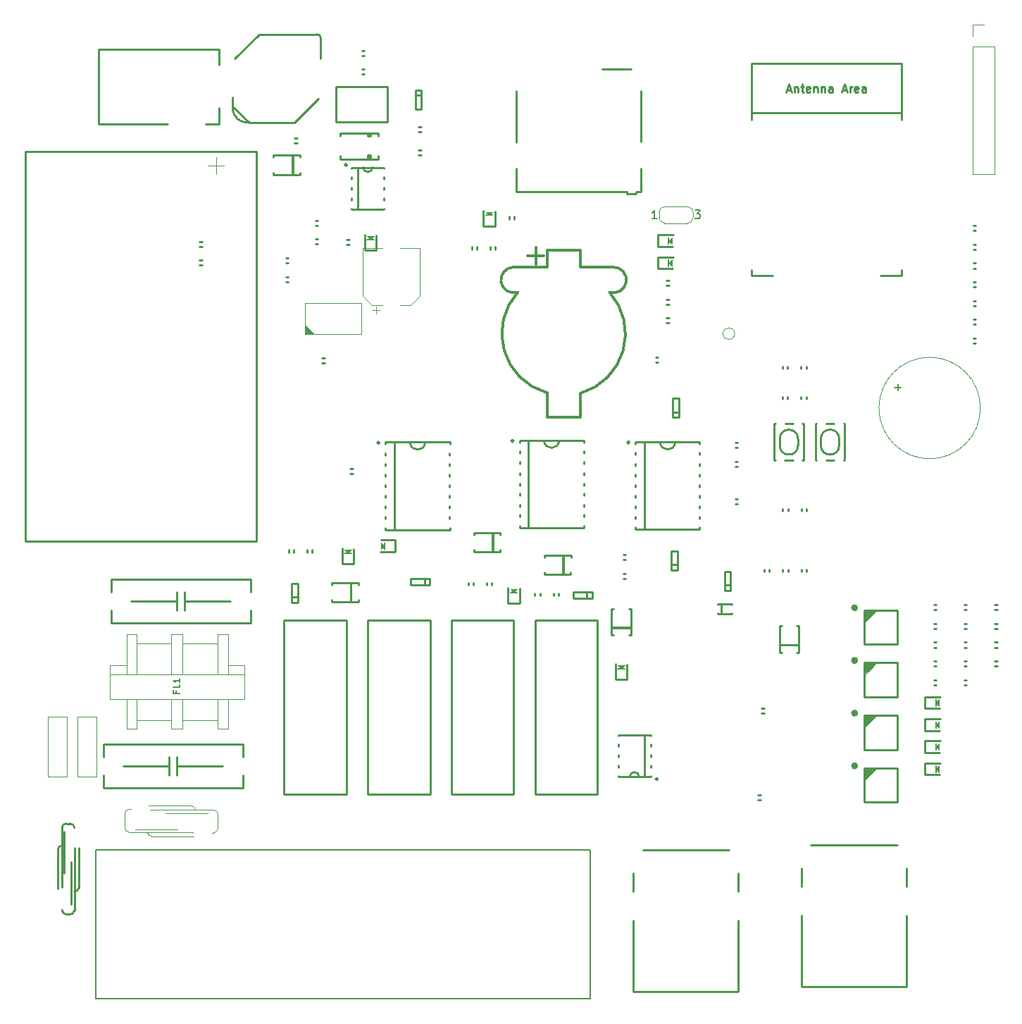
<source format=gbr>
%TF.GenerationSoftware,KiCad,Pcbnew,9.0.2*%
%TF.CreationDate,2025-09-14T14:50:59+07:00*%
%TF.ProjectId,train1,74726169-6e31-42e6-9b69-6361645f7063,rev?*%
%TF.SameCoordinates,Original*%
%TF.FileFunction,Legend,Top*%
%TF.FilePolarity,Positive*%
%FSLAX46Y46*%
G04 Gerber Fmt 4.6, Leading zero omitted, Abs format (unit mm)*
G04 Created by KiCad (PCBNEW 9.0.2) date 2025-09-14 14:50:59*
%MOMM*%
%LPD*%
G01*
G04 APERTURE LIST*
%ADD10C,0.150000*%
%ADD11C,0.200000*%
%ADD12C,0.250000*%
%ADD13C,0.120000*%
%ADD14C,0.100000*%
%ADD15C,0.283607*%
%ADD16C,0.425960*%
%ADD17C,0.300000*%
G04 APERTURE END LIST*
D10*
X248709048Y-72133866D02*
X249470953Y-72133866D01*
X249090000Y-72514819D02*
X249090000Y-71752914D01*
D11*
X162340647Y-108590476D02*
X162340647Y-108857142D01*
X162759695Y-108857142D02*
X161959695Y-108857142D01*
X161959695Y-108857142D02*
X161959695Y-108476190D01*
X162759695Y-107790476D02*
X162759695Y-108171428D01*
X162759695Y-108171428D02*
X161959695Y-108171428D01*
X162759695Y-107104762D02*
X162759695Y-107561905D01*
X162759695Y-107333333D02*
X161959695Y-107333333D01*
X161959695Y-107333333D02*
X162073980Y-107409524D01*
X162073980Y-107409524D02*
X162150171Y-107485714D01*
X162150171Y-107485714D02*
X162188266Y-107561905D01*
D12*
X235738094Y-36388904D02*
X236214284Y-36388904D01*
X235642856Y-36674619D02*
X235976189Y-35674619D01*
X235976189Y-35674619D02*
X236309522Y-36674619D01*
X236642856Y-36007952D02*
X236642856Y-36674619D01*
X236642856Y-36103190D02*
X236690475Y-36055571D01*
X236690475Y-36055571D02*
X236785713Y-36007952D01*
X236785713Y-36007952D02*
X236928570Y-36007952D01*
X236928570Y-36007952D02*
X237023808Y-36055571D01*
X237023808Y-36055571D02*
X237071427Y-36150809D01*
X237071427Y-36150809D02*
X237071427Y-36674619D01*
X237404761Y-36007952D02*
X237785713Y-36007952D01*
X237547618Y-35674619D02*
X237547618Y-36531761D01*
X237547618Y-36531761D02*
X237595237Y-36627000D01*
X237595237Y-36627000D02*
X237690475Y-36674619D01*
X237690475Y-36674619D02*
X237785713Y-36674619D01*
X238499999Y-36627000D02*
X238404761Y-36674619D01*
X238404761Y-36674619D02*
X238214285Y-36674619D01*
X238214285Y-36674619D02*
X238119047Y-36627000D01*
X238119047Y-36627000D02*
X238071428Y-36531761D01*
X238071428Y-36531761D02*
X238071428Y-36150809D01*
X238071428Y-36150809D02*
X238119047Y-36055571D01*
X238119047Y-36055571D02*
X238214285Y-36007952D01*
X238214285Y-36007952D02*
X238404761Y-36007952D01*
X238404761Y-36007952D02*
X238499999Y-36055571D01*
X238499999Y-36055571D02*
X238547618Y-36150809D01*
X238547618Y-36150809D02*
X238547618Y-36246047D01*
X238547618Y-36246047D02*
X238071428Y-36341285D01*
X238976190Y-36007952D02*
X238976190Y-36674619D01*
X238976190Y-36103190D02*
X239023809Y-36055571D01*
X239023809Y-36055571D02*
X239119047Y-36007952D01*
X239119047Y-36007952D02*
X239261904Y-36007952D01*
X239261904Y-36007952D02*
X239357142Y-36055571D01*
X239357142Y-36055571D02*
X239404761Y-36150809D01*
X239404761Y-36150809D02*
X239404761Y-36674619D01*
X239880952Y-36007952D02*
X239880952Y-36674619D01*
X239880952Y-36103190D02*
X239928571Y-36055571D01*
X239928571Y-36055571D02*
X240023809Y-36007952D01*
X240023809Y-36007952D02*
X240166666Y-36007952D01*
X240166666Y-36007952D02*
X240261904Y-36055571D01*
X240261904Y-36055571D02*
X240309523Y-36150809D01*
X240309523Y-36150809D02*
X240309523Y-36674619D01*
X241214285Y-36674619D02*
X241214285Y-36150809D01*
X241214285Y-36150809D02*
X241166666Y-36055571D01*
X241166666Y-36055571D02*
X241071428Y-36007952D01*
X241071428Y-36007952D02*
X240880952Y-36007952D01*
X240880952Y-36007952D02*
X240785714Y-36055571D01*
X241214285Y-36627000D02*
X241119047Y-36674619D01*
X241119047Y-36674619D02*
X240880952Y-36674619D01*
X240880952Y-36674619D02*
X240785714Y-36627000D01*
X240785714Y-36627000D02*
X240738095Y-36531761D01*
X240738095Y-36531761D02*
X240738095Y-36436523D01*
X240738095Y-36436523D02*
X240785714Y-36341285D01*
X240785714Y-36341285D02*
X240880952Y-36293666D01*
X240880952Y-36293666D02*
X241119047Y-36293666D01*
X241119047Y-36293666D02*
X241214285Y-36246047D01*
X242404762Y-36388904D02*
X242880952Y-36388904D01*
X242309524Y-36674619D02*
X242642857Y-35674619D01*
X242642857Y-35674619D02*
X242976190Y-36674619D01*
X243309524Y-36674619D02*
X243309524Y-36007952D01*
X243309524Y-36198428D02*
X243357143Y-36103190D01*
X243357143Y-36103190D02*
X243404762Y-36055571D01*
X243404762Y-36055571D02*
X243500000Y-36007952D01*
X243500000Y-36007952D02*
X243595238Y-36007952D01*
X244309524Y-36627000D02*
X244214286Y-36674619D01*
X244214286Y-36674619D02*
X244023810Y-36674619D01*
X244023810Y-36674619D02*
X243928572Y-36627000D01*
X243928572Y-36627000D02*
X243880953Y-36531761D01*
X243880953Y-36531761D02*
X243880953Y-36150809D01*
X243880953Y-36150809D02*
X243928572Y-36055571D01*
X243928572Y-36055571D02*
X244023810Y-36007952D01*
X244023810Y-36007952D02*
X244214286Y-36007952D01*
X244214286Y-36007952D02*
X244309524Y-36055571D01*
X244309524Y-36055571D02*
X244357143Y-36150809D01*
X244357143Y-36150809D02*
X244357143Y-36246047D01*
X244357143Y-36246047D02*
X243880953Y-36341285D01*
X245214286Y-36674619D02*
X245214286Y-36150809D01*
X245214286Y-36150809D02*
X245166667Y-36055571D01*
X245166667Y-36055571D02*
X245071429Y-36007952D01*
X245071429Y-36007952D02*
X244880953Y-36007952D01*
X244880953Y-36007952D02*
X244785715Y-36055571D01*
X245214286Y-36627000D02*
X245119048Y-36674619D01*
X245119048Y-36674619D02*
X244880953Y-36674619D01*
X244880953Y-36674619D02*
X244785715Y-36627000D01*
X244785715Y-36627000D02*
X244738096Y-36531761D01*
X244738096Y-36531761D02*
X244738096Y-36436523D01*
X244738096Y-36436523D02*
X244785715Y-36341285D01*
X244785715Y-36341285D02*
X244880953Y-36293666D01*
X244880953Y-36293666D02*
X245119048Y-36293666D01*
X245119048Y-36293666D02*
X245214286Y-36246047D01*
D10*
X220100714Y-51854819D02*
X219529286Y-51854819D01*
X219815000Y-51854819D02*
X219815000Y-50854819D01*
X219815000Y-50854819D02*
X219719762Y-50997676D01*
X219719762Y-50997676D02*
X219624524Y-51092914D01*
X219624524Y-51092914D02*
X219529286Y-51140533D01*
X224681667Y-50854819D02*
X225300714Y-50854819D01*
X225300714Y-50854819D02*
X224967381Y-51235771D01*
X224967381Y-51235771D02*
X225110238Y-51235771D01*
X225110238Y-51235771D02*
X225205476Y-51283390D01*
X225205476Y-51283390D02*
X225253095Y-51331009D01*
X225253095Y-51331009D02*
X225300714Y-51426247D01*
X225300714Y-51426247D02*
X225300714Y-51664342D01*
X225300714Y-51664342D02*
X225253095Y-51759580D01*
X225253095Y-51759580D02*
X225205476Y-51807200D01*
X225205476Y-51807200D02*
X225110238Y-51854819D01*
X225110238Y-51854819D02*
X224824524Y-51854819D01*
X224824524Y-51854819D02*
X224729286Y-51807200D01*
X224729286Y-51807200D02*
X224681667Y-51759580D01*
D13*
%TO.C,BZ1*%
X259000000Y-74600000D02*
G75*
G02*
X246800000Y-74600000I-6100000J0D01*
G01*
X246800000Y-74600000D02*
G75*
G02*
X259000000Y-74600000I6100000J0D01*
G01*
%TO.C,J5*%
X260730000Y-31170000D02*
X260730000Y-46470000D01*
X258070000Y-46470000D02*
X260730000Y-46470000D01*
X258070000Y-31170000D02*
X260730000Y-31170000D01*
X258070000Y-31170000D02*
X258070000Y-46470000D01*
X258070000Y-29900000D02*
X258070000Y-28570000D01*
X258070000Y-28570000D02*
X259400000Y-28570000D01*
D12*
%TO.C,L1*%
X179283987Y-29701648D02*
G75*
G02*
X179703986Y-30141648I5922J-414801D01*
G01*
X171000000Y-40300000D02*
G75*
G02*
X169100004Y-38720000I-139040J1765200D01*
G01*
X179703987Y-30141648D02*
X179700000Y-32625000D01*
X179400000Y-37475000D02*
X176570000Y-40300000D01*
X176570000Y-40300000D02*
X171000000Y-40300000D01*
X172280000Y-29710000D02*
X179283987Y-29701648D01*
X169325000Y-32625000D02*
X172280000Y-29710000D01*
X169100000Y-38720000D02*
X169100000Y-37275000D01*
X169100000Y-38350000D02*
X171110000Y-40300000D01*
%TO.C,Z2*%
D13*
X176435000Y-46600000D02*
X176205000Y-46600000D01*
X176205000Y-44170000D01*
X176435000Y-44170000D01*
X176435000Y-46600000D01*
G36*
X176435000Y-46600000D02*
G01*
X176205000Y-46600000D01*
X176205000Y-44170000D01*
X176435000Y-44170000D01*
X176435000Y-46600000D01*
G37*
D12*
X177235000Y-44230000D02*
X177235000Y-44480000D01*
X177225000Y-46540000D02*
X177225000Y-46290000D01*
X177225000Y-46540000D02*
X174025000Y-46540000D01*
X174035000Y-44230000D02*
X177235000Y-44230000D01*
X174025000Y-46540000D02*
X174025000Y-46290000D01*
X174025000Y-44485000D02*
X174025000Y-44235000D01*
%TO.C,D2*%
X185700000Y-44700000D02*
X185350000Y-44700000D01*
X185350000Y-44250000D01*
X185700000Y-44250000D01*
X185700000Y-44700000D01*
G36*
X185700000Y-44700000D02*
G01*
X185350000Y-44700000D01*
X185350000Y-44250000D01*
X185700000Y-44250000D01*
X185700000Y-44700000D01*
G37*
X185700000Y-41950000D02*
X185350000Y-41950000D01*
X185350000Y-41550000D01*
X185700000Y-41550000D01*
X185700000Y-41950000D01*
G36*
X185700000Y-41950000D02*
G01*
X185350000Y-41950000D01*
X185350000Y-41550000D01*
X185700000Y-41550000D01*
X185700000Y-41950000D01*
G37*
X186650000Y-44700000D02*
X186650000Y-44300000D01*
X186650000Y-44700000D02*
X182000000Y-44700000D01*
X186600000Y-41950000D02*
X186600000Y-41550000D01*
X186600000Y-41550000D02*
X182050000Y-41550000D01*
X182050000Y-41550000D02*
X182050000Y-41950000D01*
X182000000Y-44700000D02*
X182000000Y-44300000D01*
%TO.C,C10*%
X176875000Y-42780000D02*
X176575000Y-42780000D01*
X176875000Y-42180000D02*
X176575000Y-42180000D01*
%TO.C,C14*%
X175510000Y-57200000D02*
X175810000Y-57200000D01*
X175510000Y-56600000D02*
X175810000Y-56600000D01*
%TO.C,F2*%
X187715000Y-40260000D02*
X181495000Y-40260000D01*
X181495000Y-36040000D01*
X187715000Y-36040000D01*
X187715000Y-40260000D01*
%TO.C,C17*%
X179050000Y-54900000D02*
X179350000Y-54900000D01*
X179050000Y-54300000D02*
X179350000Y-54300000D01*
%TO.C,R6*%
X182810000Y-54950000D02*
X183110000Y-54950000D01*
X182810000Y-54350000D02*
X183110000Y-54350000D01*
D14*
%TO.C,LE4*%
X185700000Y-54350000D02*
X185300000Y-53950000D01*
X186100000Y-53950000D01*
X185700000Y-54350000D01*
G36*
X185700000Y-54350000D02*
G01*
X185300000Y-53950000D01*
X186100000Y-53950000D01*
X185700000Y-54350000D01*
G37*
D12*
X186400000Y-55650000D02*
X186400000Y-53875000D01*
D11*
X185300000Y-54350000D02*
X186100000Y-54350000D01*
D12*
X185000000Y-55650000D02*
X186400000Y-55650000D01*
X185000000Y-55650000D02*
X185000000Y-53800000D01*
%TO.C,C16*%
X179050000Y-52650000D02*
X179350000Y-52650000D01*
X179050000Y-52050000D02*
X179350000Y-52050000D01*
%TO.C,C15*%
X175510000Y-59450000D02*
X175810000Y-59450000D01*
X175510000Y-58850000D02*
X175810000Y-58850000D01*
%TO.C,C8*%
X184950000Y-34500000D02*
X184650000Y-34500000D01*
X184950000Y-33900000D02*
X184650000Y-33900000D01*
%TO.C,U1*%
D15*
X182866803Y-45415000D02*
G75*
G02*
X182583197Y-45415000I-141803J0D01*
G01*
X182583197Y-45415000D02*
G75*
G02*
X182866803Y-45415000I141803J0D01*
G01*
D12*
X185935000Y-45695000D02*
G75*
G02*
X184814942Y-45695000I-560029J-3285D01*
G01*
X187325000Y-50625000D02*
X187325000Y-50735000D01*
X187325000Y-49615000D02*
X187325000Y-49375000D01*
X187325000Y-48335000D02*
X187325000Y-48095000D01*
X187325000Y-47075000D02*
X187325000Y-46835000D01*
X187315000Y-45805000D02*
X187315000Y-45695000D01*
X187315000Y-45695000D02*
X183415000Y-45695000D01*
X184175000Y-45725000D02*
X184175000Y-50725000D01*
X183425000Y-50735000D02*
X187325000Y-50735000D01*
X183425000Y-50625000D02*
X183425000Y-50735000D01*
X183425000Y-49615000D02*
X183425000Y-49375000D01*
X183425000Y-48345000D02*
X183425000Y-48105000D01*
X183425000Y-47085000D02*
X183425000Y-46845000D01*
X183415000Y-45805000D02*
X183415000Y-45695000D01*
%TO.C,R17*%
X257050000Y-101105000D02*
X257350000Y-101105000D01*
X257050000Y-100505000D02*
X257350000Y-100505000D01*
%TO.C,C25*%
X253400000Y-103355000D02*
X253700000Y-103355000D01*
X253400000Y-102755000D02*
X253700000Y-102755000D01*
D14*
%TO.C,LE12*%
X254050000Y-118355000D02*
X253650000Y-117955000D01*
X254050000Y-117555000D01*
X254050000Y-118355000D01*
G36*
X254050000Y-118355000D02*
G01*
X253650000Y-117955000D01*
X254050000Y-117555000D01*
X254050000Y-118355000D01*
G37*
D11*
X253650000Y-117555000D02*
X253650000Y-118355000D01*
D12*
X252350000Y-118655000D02*
X254125000Y-118655000D01*
X252350000Y-117255000D02*
X254200000Y-117255000D01*
X252350000Y-117255000D02*
X252350000Y-118655000D01*
%TO.C,U9*%
X245050000Y-117855000D02*
X249025000Y-117855000D01*
X249025000Y-121955000D01*
X245050000Y-121955000D01*
X245050000Y-117855000D01*
D16*
X244087980Y-117580000D02*
G75*
G02*
X243662020Y-117580000I-212980J0D01*
G01*
X243662020Y-117580000D02*
G75*
G02*
X244087980Y-117580000I212980J0D01*
G01*
D13*
X245025000Y-119405000D02*
X245050000Y-117855000D01*
X246575000Y-117855000D01*
X245025000Y-119405000D01*
G36*
X245025000Y-119405000D02*
G01*
X245050000Y-117855000D01*
X246575000Y-117855000D01*
X245025000Y-119405000D01*
G37*
D14*
%TO.C,LE2*%
X254050000Y-110405000D02*
X253650000Y-110005000D01*
X254050000Y-109605000D01*
X254050000Y-110405000D01*
G36*
X254050000Y-110405000D02*
G01*
X253650000Y-110005000D01*
X254050000Y-109605000D01*
X254050000Y-110405000D01*
G37*
D11*
X253650000Y-109605000D02*
X253650000Y-110405000D01*
D12*
X252350000Y-110705000D02*
X254125000Y-110705000D01*
X252350000Y-109305000D02*
X254200000Y-109305000D01*
X252350000Y-109305000D02*
X252350000Y-110705000D01*
%TO.C,C13*%
X253400000Y-101105000D02*
X253700000Y-101105000D01*
X253400000Y-100505000D02*
X253700000Y-100505000D01*
D14*
%TO.C,LE9*%
X254050000Y-115705000D02*
X253650000Y-115305000D01*
X254050000Y-114905000D01*
X254050000Y-115705000D01*
G36*
X254050000Y-115705000D02*
G01*
X253650000Y-115305000D01*
X254050000Y-114905000D01*
X254050000Y-115705000D01*
G37*
D11*
X253650000Y-114905000D02*
X253650000Y-115705000D01*
D12*
X252350000Y-116005000D02*
X254125000Y-116005000D01*
X252350000Y-114605000D02*
X254200000Y-114605000D01*
X252350000Y-114605000D02*
X252350000Y-116005000D01*
D13*
%TO.C,U8*%
X245025000Y-113080000D02*
X245050000Y-111530000D01*
X246575000Y-111530000D01*
X245025000Y-113080000D01*
G36*
X245025000Y-113080000D02*
G01*
X245050000Y-111530000D01*
X246575000Y-111530000D01*
X245025000Y-113080000D01*
G37*
D16*
X244087980Y-111255000D02*
G75*
G02*
X243662020Y-111255000I-212980J0D01*
G01*
X243662020Y-111255000D02*
G75*
G02*
X244087980Y-111255000I212980J0D01*
G01*
D12*
X245050000Y-111530000D02*
X249025000Y-111530000D01*
X249025000Y-115630000D01*
X245050000Y-115630000D01*
X245050000Y-111530000D01*
%TO.C,R4*%
X253400000Y-107855000D02*
X253700000Y-107855000D01*
X253400000Y-107255000D02*
X253700000Y-107255000D01*
%TO.C,R3*%
X253400000Y-105605000D02*
X253700000Y-105605000D01*
X253400000Y-105005000D02*
X253700000Y-105005000D01*
D13*
%TO.C,U5*%
X245025000Y-100430000D02*
X245050000Y-98880000D01*
X246575000Y-98880000D01*
X245025000Y-100430000D01*
G36*
X245025000Y-100430000D02*
G01*
X245050000Y-98880000D01*
X246575000Y-98880000D01*
X245025000Y-100430000D01*
G37*
D16*
X244087980Y-98605000D02*
G75*
G02*
X243662020Y-98605000I-212980J0D01*
G01*
X243662020Y-98605000D02*
G75*
G02*
X244087980Y-98605000I212980J0D01*
G01*
D12*
X245050000Y-98880000D02*
X249025000Y-98880000D01*
X249025000Y-102980000D01*
X245050000Y-102980000D01*
X245050000Y-98880000D01*
%TO.C,R20*%
X257050000Y-107855000D02*
X257350000Y-107855000D01*
X257050000Y-107255000D02*
X257350000Y-107255000D01*
%TO.C,R19*%
X257050000Y-105605000D02*
X257350000Y-105605000D01*
X257050000Y-105005000D02*
X257350000Y-105005000D01*
D13*
%TO.C,U6*%
X245025000Y-106755000D02*
X245050000Y-105205000D01*
X246575000Y-105205000D01*
X245025000Y-106755000D01*
G36*
X245025000Y-106755000D02*
G01*
X245050000Y-105205000D01*
X246575000Y-105205000D01*
X245025000Y-106755000D01*
G37*
D16*
X244087980Y-104930000D02*
G75*
G02*
X243662020Y-104930000I-212980J0D01*
G01*
X243662020Y-104930000D02*
G75*
G02*
X244087980Y-104930000I212980J0D01*
G01*
D12*
X245050000Y-105205000D02*
X249025000Y-105205000D01*
X249025000Y-109305000D01*
X245050000Y-109305000D01*
X245050000Y-105205000D01*
%TO.C,R18*%
X257050000Y-103355000D02*
X257350000Y-103355000D01*
X257050000Y-102755000D02*
X257350000Y-102755000D01*
D14*
%TO.C,LE3*%
X254050000Y-113055000D02*
X253650000Y-112655000D01*
X254050000Y-112255000D01*
X254050000Y-113055000D01*
G36*
X254050000Y-113055000D02*
G01*
X253650000Y-112655000D01*
X254050000Y-112255000D01*
X254050000Y-113055000D01*
G37*
D11*
X253650000Y-112255000D02*
X253650000Y-113055000D01*
D12*
X252350000Y-113355000D02*
X254125000Y-113355000D01*
X252350000Y-111955000D02*
X254200000Y-111955000D01*
X252350000Y-111955000D02*
X252350000Y-113355000D01*
%TO.C,R1*%
X202350000Y-51900000D02*
X202350000Y-51600000D01*
X202950000Y-51900000D02*
X202950000Y-51600000D01*
%TO.C,R9*%
X197437500Y-95887499D02*
X197437500Y-95587499D01*
X198037500Y-95887499D02*
X198037500Y-95587499D01*
%TO.C,R36*%
X219950000Y-68500000D02*
X220250000Y-68500000D01*
X219950000Y-69100000D02*
X220250000Y-69100000D01*
%TO.C,LE14*%
X220215000Y-56450000D02*
X220215000Y-57850000D01*
X220215000Y-56450000D02*
X222065000Y-56450000D01*
X220215000Y-57850000D02*
X221990000Y-57850000D01*
D11*
X221515000Y-56750000D02*
X221515000Y-57550000D01*
D14*
X221915000Y-57550000D02*
X221515000Y-57150000D01*
X221915000Y-56750000D01*
X221915000Y-57550000D01*
G36*
X221915000Y-57550000D02*
G01*
X221515000Y-57150000D01*
X221915000Y-56750000D01*
X221915000Y-57550000D01*
G37*
%TO.C,RL3*%
D12*
X185366666Y-100099999D02*
X192841666Y-100099999D01*
X192841666Y-120999999D01*
X185366666Y-120999999D01*
X185366666Y-100099999D01*
%TO.C,C12*%
X253400000Y-98255000D02*
X253700000Y-98255000D01*
X253400000Y-98855000D02*
X253700000Y-98855000D01*
D13*
%TO.C,C2*%
X146930000Y-111680000D02*
X149170000Y-111680000D01*
X146930000Y-118920000D02*
X146930000Y-111680000D01*
X146930000Y-118920000D02*
X149170000Y-118920000D01*
X149170000Y-118920000D02*
X149170000Y-111680000D01*
D14*
%TO.C,PS1*%
X144200000Y-43750000D02*
X172000000Y-43750000D01*
X144200000Y-90650000D02*
X144200000Y-43750000D01*
D13*
X166100000Y-45500000D02*
X168100000Y-45500000D01*
X167100000Y-46500000D02*
X167100000Y-44500000D01*
D14*
X172000000Y-43750000D02*
X172000000Y-90650000D01*
X172000000Y-90650000D02*
X144200000Y-90650000D01*
D12*
X144200000Y-90650000D02*
X172000000Y-90650000D01*
X172000000Y-43750000D01*
X144200000Y-43750000D01*
X144200000Y-90650000D01*
%TO.C,R38*%
X165125000Y-56850000D02*
X165425000Y-56850000D01*
X165125000Y-57450000D02*
X165425000Y-57450000D01*
%TO.C,LE8*%
X202200000Y-98087500D02*
X202200000Y-96237500D01*
X202200000Y-98087500D02*
X203600000Y-98087500D01*
D11*
X202500000Y-96787500D02*
X203300000Y-96787500D01*
D12*
X203600000Y-98087500D02*
X203600000Y-96312500D01*
D14*
X202900000Y-96787500D02*
X202500000Y-96387500D01*
X203300000Y-96387500D01*
X202900000Y-96787500D01*
G36*
X202900000Y-96787500D02*
G01*
X202500000Y-96387500D01*
X203300000Y-96387500D01*
X202900000Y-96787500D01*
G37*
D12*
%TO.C,R32*%
X258135000Y-63950000D02*
X258435000Y-63950000D01*
X258135000Y-64550000D02*
X258435000Y-64550000D01*
%TO.C,R23*%
X232250000Y-121100000D02*
X232550000Y-121100000D01*
X232250000Y-121700000D02*
X232550000Y-121700000D01*
%TO.C,J2*%
X217290000Y-132700000D02*
X217290000Y-130520000D01*
X217290000Y-144720000D02*
X217290000Y-136200000D01*
X217290000Y-144720000D02*
X229900000Y-144720000D01*
X218410000Y-127670000D02*
X228790000Y-127670000D01*
X229910000Y-132700000D02*
X229910000Y-130520000D01*
X229910000Y-136200000D02*
X229900000Y-144720000D01*
%TO.C,D7*%
X181007500Y-95849999D02*
X181007500Y-95599999D01*
X181007500Y-97904999D02*
X181007500Y-97654999D01*
X181017500Y-95594999D02*
X184217500Y-95594999D01*
X184207500Y-97904999D02*
X181007500Y-97904999D01*
X184207500Y-97904999D02*
X184207500Y-97654999D01*
X184217500Y-95594999D02*
X184217500Y-95844999D01*
D13*
X183417500Y-97964999D02*
X183187500Y-97964999D01*
X183187500Y-95534999D01*
X183417500Y-95534999D01*
X183417500Y-97964999D01*
G36*
X183417500Y-97964999D02*
G01*
X183187500Y-97964999D01*
X183187500Y-95534999D01*
X183417500Y-95534999D01*
X183417500Y-97964999D01*
G37*
D12*
%TO.C,R14*%
X175819999Y-91665000D02*
X175819999Y-91965000D01*
X176419999Y-91665000D02*
X176419999Y-91965000D01*
%TO.C,C6*%
X197850000Y-55550000D02*
X197850000Y-55250000D01*
X198450000Y-55550000D02*
X198450000Y-55250000D01*
%TO.C,C11*%
X191765000Y-40800000D02*
X191465000Y-40800000D01*
X191765000Y-41400000D02*
X191465000Y-41400000D01*
%TO.C,R22*%
X237500000Y-86975000D02*
X237500000Y-86675000D01*
X238100000Y-86975000D02*
X238100000Y-86675000D01*
D13*
%TO.C,FL1*%
X157550000Y-102900000D02*
X161750000Y-102900000D01*
X157550000Y-112100000D02*
X161750000Y-112100000D01*
X163050000Y-102900000D02*
X167350000Y-102900000D01*
X163050000Y-112100000D02*
X167350000Y-112100000D01*
X154350000Y-106600000D02*
X156350000Y-106600000D01*
X156350000Y-105500000D01*
X154350000Y-105500000D01*
X154350000Y-106600000D01*
X154350000Y-106600000D02*
X170550000Y-106600000D01*
X170550000Y-109600000D01*
X154350000Y-109600000D01*
X154350000Y-106600000D01*
X156350000Y-106600000D02*
X157550000Y-106600000D01*
X157550000Y-101800000D01*
X156350000Y-101800000D01*
X156350000Y-106600000D01*
X156350000Y-109600000D02*
X157550000Y-109600000D01*
X157550000Y-113100000D01*
X156350000Y-113100000D01*
X156350000Y-109600000D01*
X161750000Y-106600000D02*
X163050000Y-106600000D01*
X163050000Y-101800000D01*
X161750000Y-101800000D01*
X161750000Y-106600000D01*
X163050000Y-113100000D02*
X161750000Y-113100000D01*
X161750000Y-109600000D01*
X163050000Y-109600000D01*
X163050000Y-113100000D01*
X167350000Y-106600000D02*
X168550000Y-106600000D01*
X168550000Y-101800000D01*
X167350000Y-101800000D01*
X167350000Y-106600000D01*
X168550000Y-106600000D02*
X170550000Y-106600000D01*
X170550000Y-105500000D01*
X168550000Y-105500000D01*
X168550000Y-106600000D01*
X168550000Y-113100000D02*
X167350000Y-113100000D01*
X167350000Y-109600000D01*
X168550000Y-109600000D01*
X168550000Y-113100000D01*
D12*
%TO.C,R11*%
X216040000Y-92230000D02*
X216340000Y-92230000D01*
X216040000Y-92830000D02*
X216340000Y-92830000D01*
%TO.C,C28*%
X235200000Y-69575000D02*
X235200000Y-69875000D01*
X235800000Y-69575000D02*
X235800000Y-69875000D01*
%TO.C,Q6*%
X191732500Y-37042000D02*
X191097500Y-37042000D01*
X191770600Y-38693000D02*
X191059400Y-38693000D01*
X191059400Y-36407000D01*
X191770600Y-36407000D01*
X191770600Y-38693000D01*
%TO.C,IC2*%
X203590000Y-78495000D02*
X203590000Y-78750000D01*
X203590000Y-89015000D02*
X203590000Y-88760000D01*
X203600000Y-79780000D02*
X203600000Y-80030000D01*
X203600000Y-81080000D02*
X203600000Y-81330000D01*
X203600000Y-82380000D02*
X203600000Y-82630000D01*
X203600000Y-83630000D02*
X203600000Y-83880000D01*
X203600000Y-84880000D02*
X203600000Y-85130000D01*
X203600000Y-86180000D02*
X203600000Y-86430000D01*
X203600000Y-87430000D02*
X203600000Y-87680000D01*
X204650000Y-78505000D02*
X204650000Y-88955000D01*
X207450000Y-78495000D02*
X203590000Y-78495000D01*
X207450000Y-78495000D02*
X211310000Y-78495000D01*
X207450000Y-89015000D02*
X203590000Y-89015000D01*
X207450000Y-89015000D02*
X211310000Y-89015000D01*
X211300000Y-79780000D02*
X211300000Y-80030000D01*
X211300000Y-81080000D02*
X211300000Y-81330000D01*
X211300000Y-82380000D02*
X211300000Y-82630000D01*
X211300000Y-83630000D02*
X211300000Y-83880000D01*
X211300000Y-84880000D02*
X211300000Y-85130000D01*
X211300000Y-86180000D02*
X211300000Y-86430000D01*
X211300000Y-87430000D02*
X211300000Y-87680000D01*
X211310000Y-78495000D02*
X211310000Y-78750000D01*
X211310000Y-89015000D02*
X211310000Y-88760000D01*
X208349993Y-78505588D02*
G75*
G02*
X206550000Y-78505000I-899993J10588D01*
G01*
D15*
X202891803Y-78555000D02*
G75*
G02*
X202608197Y-78555000I-141803J0D01*
G01*
X202608197Y-78555000D02*
G75*
G02*
X202891803Y-78555000I141803J0D01*
G01*
D12*
%TO.C,C7*%
X200100000Y-55550000D02*
X200100000Y-55250000D01*
X200700000Y-55550000D02*
X200700000Y-55250000D01*
%TO.C,RL1*%
X195433332Y-100099999D02*
X202908332Y-100099999D01*
X202908332Y-120999999D01*
X195433332Y-120999999D01*
X195433332Y-100099999D01*
%TO.C,C1*%
X153620000Y-114970000D02*
X153620000Y-116486000D01*
X153620000Y-114970000D02*
X170360000Y-114970000D01*
X153620000Y-118694000D02*
X153620000Y-120210000D01*
X153620000Y-120210000D02*
X170360000Y-120210000D01*
X155990000Y-117590000D02*
X161490000Y-117590000D01*
X161490000Y-116490000D02*
X161490000Y-118690000D01*
X162390000Y-116490000D02*
X162390000Y-118690000D01*
X167940000Y-117590000D02*
X162390000Y-117590000D01*
X170360000Y-114970000D02*
X170360000Y-116486000D01*
X170360000Y-118694000D02*
X170360000Y-120210000D01*
%TO.C,C26*%
X258135000Y-52700000D02*
X258435000Y-52700000D01*
X258135000Y-53300000D02*
X258435000Y-53300000D01*
%TO.C,D6*%
X214660000Y-98700000D02*
X214910000Y-98700000D01*
X214660000Y-101900000D02*
X214660000Y-98700000D01*
X214660000Y-101900000D02*
X214910000Y-101900000D01*
X216715000Y-98700000D02*
X216965000Y-98700000D01*
X216970000Y-98710000D02*
X216970000Y-101910000D01*
X216970000Y-101910000D02*
X216720000Y-101910000D01*
D13*
X214600000Y-101110000D02*
X217030000Y-101110000D01*
X217030000Y-100880000D01*
X214600000Y-100880000D01*
X214600000Y-101110000D01*
G36*
X214600000Y-101110000D02*
G01*
X217030000Y-101110000D01*
X217030000Y-100880000D01*
X214600000Y-100880000D01*
X214600000Y-101110000D01*
G37*
D12*
%TO.C,C22*%
X233000000Y-94275000D02*
X233000000Y-93975000D01*
X233600000Y-94275000D02*
X233600000Y-93975000D01*
%TO.C,SW2*%
X234225000Y-76500000D02*
X234225000Y-80900000D01*
X234225000Y-80900000D02*
X234345000Y-80900000D01*
X234345000Y-76500000D02*
X234225000Y-76500000D01*
X234875000Y-79100000D02*
X234875000Y-78300000D01*
X235475000Y-80900000D02*
X236475000Y-80900000D01*
X236450000Y-76500000D02*
X235525000Y-76500000D01*
X237075000Y-78300000D02*
X237075000Y-79100000D01*
X237605000Y-80900000D02*
X237725000Y-80900000D01*
X237725000Y-76500000D02*
X237605000Y-76500000D01*
X237725000Y-80900000D02*
X237725000Y-76500000D01*
X234875000Y-78300000D02*
G75*
G02*
X237075000Y-78300000I1100000J0D01*
G01*
X237075000Y-79100000D02*
G75*
G02*
X234875000Y-79100000I-1100000J0D01*
G01*
%TO.C,Q5*%
X211708000Y-97405000D02*
X211708000Y-96770000D01*
X210057000Y-97443100D02*
X212343000Y-97443100D01*
X212343000Y-96731900D01*
X210057000Y-96731900D01*
X210057000Y-97443100D01*
%TO.C,C31*%
X258135000Y-57200000D02*
X258435000Y-57200000D01*
X258135000Y-57800000D02*
X258435000Y-57800000D01*
%TO.C,R2*%
X184950000Y-31650000D02*
X184650000Y-31650000D01*
X184950000Y-32250000D02*
X184650000Y-32250000D01*
%TO.C,R7*%
X232675000Y-110700000D02*
X232975000Y-110700000D01*
X232675000Y-111300000D02*
X232975000Y-111300000D01*
%TO.C,C3*%
X154520000Y-95190000D02*
X154520000Y-96706000D01*
X154520000Y-95190000D02*
X171260000Y-95190000D01*
X154520000Y-98914000D02*
X154520000Y-100430000D01*
X154520000Y-100430000D02*
X171260000Y-100430000D01*
X156890000Y-97810000D02*
X162390000Y-97810000D01*
X162390000Y-96710000D02*
X162390000Y-98910000D01*
X163290000Y-96710000D02*
X163290000Y-98910000D01*
X168840000Y-97810000D02*
X163290000Y-97810000D01*
X171260000Y-95190000D02*
X171260000Y-96706000D01*
X171260000Y-98914000D02*
X171260000Y-100430000D01*
%TO.C,C29*%
X258135000Y-54950000D02*
X258435000Y-54950000D01*
X258135000Y-55550000D02*
X258435000Y-55550000D01*
%TO.C,R35*%
X235200000Y-73225000D02*
X235200000Y-73525000D01*
X235800000Y-73225000D02*
X235800000Y-73525000D01*
%TO.C,R10*%
X199687500Y-95887499D02*
X199687500Y-95587499D01*
X200287500Y-95887499D02*
X200287500Y-95587499D01*
%TO.C,RL4*%
X175300000Y-100099999D02*
X182775000Y-100099999D01*
X182775000Y-120999999D01*
X175300000Y-120999999D01*
X175300000Y-100099999D01*
%TO.C,R29*%
X260700000Y-105005000D02*
X261000000Y-105005000D01*
X260700000Y-105605000D02*
X261000000Y-105605000D01*
D13*
%TO.C,RV1*%
X156174463Y-125041120D02*
X156166203Y-123349190D01*
X156666203Y-122795135D02*
X156902148Y-122795135D01*
X159054592Y-122388070D02*
X164124592Y-122388070D01*
X159195537Y-122894015D02*
X166870537Y-122894015D01*
X161054592Y-123248070D02*
X166124592Y-123248070D01*
X162445408Y-125197065D02*
X157375408Y-125197065D01*
X164304463Y-125551120D02*
X156629463Y-125551120D01*
X164445408Y-126057065D02*
X159375408Y-126057065D01*
X166833797Y-125650000D02*
X166597852Y-125650000D01*
X167325537Y-123404015D02*
X167333797Y-125095945D01*
X156166203Y-123349190D02*
G75*
G02*
X156666203Y-122795135I554874J1898D01*
G01*
X156629463Y-125551119D02*
G75*
G02*
X156174463Y-125041120I50099J502662D01*
G01*
X159404055Y-126050000D02*
G75*
G02*
X158849996Y-125550000I-1905J554870D01*
G01*
X164095945Y-122395135D02*
G75*
G02*
X164649999Y-122895135I1905J-554865D01*
G01*
X166870537Y-122894016D02*
G75*
G02*
X167325525Y-123404015I-50137J-502684D01*
G01*
X167333797Y-125095945D02*
G75*
G02*
X166833797Y-125650001I-554867J-1905D01*
G01*
D17*
%TO.C,BT1*%
X204549998Y-56325000D02*
X206549998Y-56325000D01*
X205549998Y-57325000D02*
X205549998Y-55325000D01*
X206899998Y-55675000D02*
X206899998Y-57675000D01*
X206899998Y-57675000D02*
X202899998Y-57675000D01*
X206899998Y-75675000D02*
X206899998Y-72735000D01*
X206899998Y-75675000D02*
X210899998Y-75675000D01*
X210899998Y-55675000D02*
X206899998Y-55675000D01*
X210899998Y-55675000D02*
X210899998Y-57675000D01*
D13*
X210899998Y-75675000D02*
X208899998Y-75675000D01*
D17*
X210899998Y-75675000D02*
X210899998Y-72805000D01*
X214899998Y-57675000D02*
X210899998Y-57675000D01*
X203399999Y-60675001D02*
G75*
G02*
X202899998Y-57675005I-500001J1458331D01*
G01*
X206876296Y-72760387D02*
G75*
G02*
X203399999Y-60675001I1972077J7109920D01*
G01*
X214399998Y-60675000D02*
G75*
G02*
X210942009Y-72822040I-5502078J-4999408D01*
G01*
X214899998Y-57675000D02*
G75*
G02*
X214399996Y-60675006I0J-1541670D01*
G01*
D12*
%TO.C,R37*%
X165125000Y-54600000D02*
X165425000Y-54600000D01*
X165125000Y-55200000D02*
X165425000Y-55200000D01*
%TO.C,U10*%
X231500000Y-33225000D02*
X231500000Y-39975000D01*
X231500000Y-33225000D02*
X249500000Y-33225000D01*
X231500000Y-57975000D02*
X231500000Y-58725000D01*
X231500000Y-58725000D02*
X234000000Y-58725000D01*
X249500000Y-33225000D02*
X249500000Y-39975000D01*
X249500000Y-39165000D02*
X231500000Y-39165000D01*
X249500000Y-57975000D02*
X249500000Y-58725000D01*
X249500000Y-58725000D02*
X247000000Y-58725000D01*
%TO.C,D5*%
X198087500Y-89822499D02*
X198087500Y-89572499D01*
X198087500Y-91877499D02*
X198087500Y-91627499D01*
X198097500Y-89567499D02*
X201297500Y-89567499D01*
X201287500Y-91877499D02*
X198087500Y-91877499D01*
X201287500Y-91877499D02*
X201287500Y-91627499D01*
X201297500Y-89567499D02*
X201297500Y-89817499D01*
D13*
X200497500Y-91937499D02*
X200267500Y-91937499D01*
X200267500Y-89507499D01*
X200497500Y-89507499D01*
X200497500Y-91937499D01*
G36*
X200497500Y-91937499D02*
G01*
X200267500Y-91937499D01*
X200267500Y-89507499D01*
X200497500Y-89507499D01*
X200497500Y-91937499D01*
G37*
D12*
%TO.C,D3*%
X227450400Y-98120000D02*
X227450400Y-98245000D01*
X227450400Y-98120000D02*
X227850400Y-98120000D01*
X227450400Y-99245000D02*
X227450400Y-99370000D01*
X227850400Y-98120000D02*
X229150400Y-98120000D01*
X227850400Y-99370000D02*
X227450400Y-99370000D01*
X227850400Y-99370000D02*
X227850400Y-98120000D01*
X229150400Y-98120000D02*
X229150400Y-98270000D01*
X229150400Y-99220000D02*
X229150400Y-99370000D01*
X229150400Y-99370000D02*
X227850400Y-99370000D01*
D13*
%TO.C,JP2*%
X220365000Y-51700000D02*
X220365000Y-51100000D01*
X221015000Y-50400000D02*
X223815000Y-50400000D01*
X223815000Y-52400000D02*
X221015000Y-52400000D01*
X224465000Y-51100000D02*
X224465000Y-51700000D01*
X220365000Y-51100000D02*
G75*
G02*
X221065000Y-50400000I699999J1D01*
G01*
X221065000Y-52400000D02*
G75*
G02*
X220365000Y-51700000I-1J699999D01*
G01*
X223765000Y-50400000D02*
G75*
G02*
X224465000Y-51100000I0J-700000D01*
G01*
X224465000Y-51700000D02*
G75*
G02*
X223765000Y-52400000I-700000J0D01*
G01*
D12*
%TO.C,R33*%
X258135000Y-66200000D02*
X258435000Y-66200000D01*
X258135000Y-66800000D02*
X258435000Y-66800000D01*
%TO.C,R15*%
X205450000Y-97150000D02*
X205450000Y-96850000D01*
X206050000Y-97150000D02*
X206050000Y-96850000D01*
%TO.C,D4*%
X222074000Y-75082558D02*
X222709000Y-75082558D01*
X222035900Y-73431558D02*
X222747100Y-73431558D01*
X222747100Y-75717558D01*
X222035900Y-75717558D01*
X222035900Y-73431558D01*
%TO.C,J6*%
X203175000Y-42650000D02*
X203175000Y-36525000D01*
X203175000Y-48605000D02*
X203175000Y-45825000D01*
X203175000Y-48605000D02*
X216525000Y-48605000D01*
X213525000Y-33855000D02*
X217000000Y-33855000D01*
X216525000Y-48605000D02*
X216525000Y-48855000D01*
X216525000Y-48855000D02*
X217625000Y-48855000D01*
X217625000Y-48605000D02*
X218225000Y-48605000D01*
X217625000Y-48855000D02*
X217625000Y-48605000D01*
X218225000Y-42625000D02*
X218225000Y-36475000D01*
X218225000Y-48605000D02*
X218225000Y-45825000D01*
%TO.C,Z1*%
X234845000Y-100770000D02*
X235095000Y-100770000D01*
X234845000Y-103970000D02*
X234845000Y-100770000D01*
X234845000Y-103970000D02*
X235095000Y-103970000D01*
X236900000Y-100770000D02*
X237150000Y-100770000D01*
X237155000Y-100780000D02*
X237155000Y-103980000D01*
X237155000Y-103980000D02*
X236905000Y-103980000D01*
D13*
X234785000Y-103180000D02*
X237215000Y-103180000D01*
X237215000Y-102950000D01*
X234785000Y-102950000D01*
X234785000Y-103180000D01*
G36*
X234785000Y-103180000D02*
G01*
X237215000Y-103180000D01*
X237215000Y-102950000D01*
X234785000Y-102950000D01*
X234785000Y-103180000D01*
G37*
D12*
%TO.C,C33*%
X221265000Y-63800000D02*
X221565000Y-63800000D01*
X221265000Y-64400000D02*
X221565000Y-64400000D01*
%TO.C,C23*%
X235250000Y-94275000D02*
X235250000Y-93975000D01*
X235850000Y-94275000D02*
X235850000Y-93975000D01*
%TO.C,R8*%
X229530000Y-85537893D02*
X229830000Y-85537893D01*
X229530000Y-86137893D02*
X229830000Y-86137893D01*
%TO.C,J1*%
X153000000Y-31500000D02*
X153000000Y-40500000D01*
X153000000Y-40500000D02*
X161300000Y-40500000D01*
X167500000Y-31500000D02*
X153000000Y-31500000D01*
X167500000Y-33400000D02*
X167500000Y-31500000D01*
X167500000Y-38500000D02*
X167500000Y-40500000D01*
X167500000Y-40500000D02*
X165850000Y-40500000D01*
%TO.C,LE6*%
X215115000Y-107205000D02*
X215115000Y-105355000D01*
X215115000Y-107205000D02*
X216515000Y-107205000D01*
D11*
X215415000Y-105905000D02*
X216215000Y-105905000D01*
D12*
X216515000Y-107205000D02*
X216515000Y-105430000D01*
D14*
X215815000Y-105905000D02*
X215415000Y-105505000D01*
X216215000Y-105505000D01*
X215815000Y-105905000D01*
G36*
X215815000Y-105905000D02*
G01*
X215415000Y-105505000D01*
X216215000Y-105505000D01*
X215815000Y-105905000D01*
G37*
%TO.C,RL2*%
D12*
X205500000Y-100099999D02*
X212975000Y-100099999D01*
X212975000Y-120999999D01*
X205500000Y-120999999D01*
X205500000Y-100099999D01*
%TO.C,LE7*%
X182269999Y-93315000D02*
X182269999Y-91465000D01*
X182269999Y-93315000D02*
X183669999Y-93315000D01*
D11*
X182569999Y-92015000D02*
X183369999Y-92015000D01*
D12*
X183669999Y-93315000D02*
X183669999Y-91540000D01*
D14*
X182969999Y-92015000D02*
X182569999Y-91615000D01*
X183369999Y-91615000D01*
X182969999Y-92015000D01*
G36*
X182969999Y-92015000D02*
G01*
X182569999Y-91615000D01*
X183369999Y-91615000D01*
X182969999Y-92015000D01*
G37*
D12*
%TO.C,C24*%
X237500000Y-94275000D02*
X237500000Y-93975000D01*
X238100000Y-94275000D02*
X238100000Y-93975000D01*
D13*
%TO.C,C5*%
X184790000Y-55390000D02*
X187140000Y-55390000D01*
X184790000Y-61145563D02*
X184790000Y-55390000D01*
X185854437Y-62210000D02*
X184790000Y-61145563D01*
X185854437Y-62210000D02*
X187140000Y-62210000D01*
X185958750Y-62843750D02*
X186746250Y-62843750D01*
X186352500Y-63237500D02*
X186352500Y-62450000D01*
X190545563Y-62210000D02*
X189260000Y-62210000D01*
X190545563Y-62210000D02*
X191610000Y-61145563D01*
X191610000Y-55390000D02*
X189260000Y-55390000D01*
X191610000Y-61145563D02*
X191610000Y-55390000D01*
%TO.C,U2*%
X177800000Y-65750000D02*
X184600000Y-65750000D01*
X184600000Y-61950000D01*
X177800000Y-61950000D01*
X177800000Y-65750000D01*
X178900000Y-65750000D02*
X177800000Y-65750000D01*
X177800000Y-64650000D01*
X178900000Y-65750000D01*
G36*
X178900000Y-65750000D02*
G01*
X177800000Y-65750000D01*
X177800000Y-64650000D01*
X178900000Y-65750000D01*
G37*
D12*
%TO.C,C19*%
X229530000Y-81037893D02*
X229830000Y-81037893D01*
X229530000Y-81637893D02*
X229830000Y-81637893D01*
%TO.C,R34*%
X237450000Y-73225000D02*
X237450000Y-73525000D01*
X238050000Y-73225000D02*
X238050000Y-73525000D01*
%TO.C,R16*%
X207700000Y-97150000D02*
X207700000Y-96850000D01*
X208300000Y-97150000D02*
X208300000Y-96850000D01*
%TO.C,D8*%
X206570000Y-92525000D02*
X206570000Y-92275000D01*
X206570000Y-94580000D02*
X206570000Y-94330000D01*
X206580000Y-92270000D02*
X209780000Y-92270000D01*
X209770000Y-94580000D02*
X206570000Y-94580000D01*
X209770000Y-94580000D02*
X209770000Y-94330000D01*
X209780000Y-92270000D02*
X209780000Y-92520000D01*
D13*
X208980000Y-94640000D02*
X208750000Y-94640000D01*
X208750000Y-92210000D01*
X208980000Y-92210000D01*
X208980000Y-94640000D01*
G36*
X208980000Y-94640000D02*
G01*
X208750000Y-94640000D01*
X208750000Y-92210000D01*
X208980000Y-92210000D01*
X208980000Y-94640000D01*
G37*
D12*
%TO.C,C30*%
X221265000Y-59300000D02*
X221565000Y-59300000D01*
X221265000Y-59900000D02*
X221565000Y-59900000D01*
%TO.C,R21*%
X235250000Y-86975000D02*
X235250000Y-86675000D01*
X235850000Y-86975000D02*
X235850000Y-86675000D01*
%TO.C,R30*%
X258135000Y-59450000D02*
X258435000Y-59450000D01*
X258135000Y-60050000D02*
X258435000Y-60050000D01*
%TO.C,C18*%
X229530000Y-78787893D02*
X229830000Y-78787893D01*
X229530000Y-79387893D02*
X229830000Y-79387893D01*
%TO.C,F1*%
X148100000Y-127690000D02*
X148100000Y-132375000D01*
X148600000Y-132200000D02*
X148600000Y-124975000D01*
X148880000Y-125455000D02*
X148880000Y-130525000D01*
X149110000Y-124520000D02*
X149610000Y-124520000D01*
X149584055Y-135435945D02*
X149084055Y-135435945D01*
X149740000Y-129165000D02*
X149740000Y-134235000D01*
X150094055Y-127475000D02*
X150094055Y-134980945D01*
X150600000Y-127475000D02*
X150600000Y-132235000D01*
X148100000Y-127680000D02*
G75*
G02*
X148599998Y-127125929I555000J1800D01*
G01*
X148600001Y-124975000D02*
G75*
G02*
X149110001Y-124519942I502899J-50300D01*
G01*
X149154055Y-135435945D02*
G75*
G02*
X148600000Y-134935945I-1799J554983D01*
G01*
X149540000Y-124520000D02*
G75*
G02*
X150100003Y-125020000I1860J-561520D01*
G01*
X150094054Y-134980945D02*
G75*
G02*
X149584055Y-135435945I-502837J50295D01*
G01*
X150592935Y-132206353D02*
G75*
G02*
X150092935Y-132760407I-554985J-1797D01*
G01*
%TO.C,R5*%
X257050000Y-98255000D02*
X257350000Y-98255000D01*
X257050000Y-98855000D02*
X257350000Y-98855000D01*
%TO.C,LE13*%
X220215000Y-53800000D02*
X220215000Y-55200000D01*
X220215000Y-53800000D02*
X222065000Y-53800000D01*
X220215000Y-55200000D02*
X221990000Y-55200000D01*
D11*
X221515000Y-54100000D02*
X221515000Y-54900000D01*
D14*
X221915000Y-54900000D02*
X221515000Y-54500000D01*
X221915000Y-54100000D01*
X221915000Y-54900000D01*
G36*
X221915000Y-54900000D02*
G01*
X221515000Y-54500000D01*
X221915000Y-54100000D01*
X221915000Y-54900000D01*
G37*
D12*
%TO.C,J4*%
X237490000Y-132100000D02*
X237490000Y-129920000D01*
X237490000Y-144120000D02*
X237490000Y-135600000D01*
X237490000Y-144120000D02*
X250100000Y-144120000D01*
X238610000Y-127070000D02*
X248990000Y-127070000D01*
X250110000Y-132100000D02*
X250110000Y-129920000D01*
X250110000Y-135600000D02*
X250100000Y-144120000D01*
%TO.C,R26*%
X260700000Y-98255000D02*
X261000000Y-98255000D01*
X260700000Y-98855000D02*
X261000000Y-98855000D01*
%TO.C,Q2*%
X192195500Y-95804999D02*
X192195500Y-95169999D01*
X190544500Y-95843099D02*
X192830500Y-95843099D01*
X192830500Y-95131899D01*
X190544500Y-95131899D01*
X190544500Y-95843099D01*
D13*
%TO.C,TP1*%
X229465000Y-65670000D02*
G75*
G02*
X228065000Y-65670000I-700000J0D01*
G01*
X228065000Y-65670000D02*
G75*
G02*
X229465000Y-65670000I700000J0D01*
G01*
D12*
%TO.C,R27*%
X260700000Y-100505000D02*
X261000000Y-100505000D01*
X260700000Y-101105000D02*
X261000000Y-101105000D01*
%TO.C,U4*%
X215475000Y-113975000D02*
X215475000Y-113865000D01*
X215475000Y-114985000D02*
X215475000Y-115225000D01*
X215475000Y-116265000D02*
X215475000Y-116505000D01*
X215475000Y-117525000D02*
X215475000Y-117765000D01*
X215485000Y-118795000D02*
X215485000Y-118905000D01*
X215485000Y-118905000D02*
X219385000Y-118905000D01*
X218625000Y-118875000D02*
X218625000Y-113875000D01*
X219375000Y-113865000D02*
X215475000Y-113865000D01*
X219375000Y-113975000D02*
X219375000Y-113865000D01*
X219375000Y-114985000D02*
X219375000Y-115225000D01*
X219375000Y-116255000D02*
X219375000Y-116495000D01*
X219375000Y-117515000D02*
X219375000Y-117755000D01*
X219385000Y-118795000D02*
X219385000Y-118905000D01*
X216865000Y-118905000D02*
G75*
G02*
X217985058Y-118905000I560029J3285D01*
G01*
D15*
X220216803Y-119185000D02*
G75*
G02*
X219933197Y-119185000I-141803J0D01*
G01*
X219933197Y-119185000D02*
G75*
G02*
X220216803Y-119185000I141803J0D01*
G01*
D12*
%TO.C,Q3*%
X221897500Y-93438000D02*
X222532500Y-93438000D01*
X221859400Y-91787000D02*
X222570600Y-91787000D01*
X222570600Y-94073000D01*
X221859400Y-94073000D01*
X221859400Y-91787000D01*
%TO.C,C27*%
X237450000Y-69575000D02*
X237450000Y-69875000D01*
X238050000Y-69575000D02*
X238050000Y-69875000D01*
%TO.C,C21*%
X183230000Y-81856393D02*
X183530000Y-81856393D01*
X183230000Y-82456393D02*
X183530000Y-82456393D01*
%TO.C,IC1*%
X217540000Y-78686500D02*
X217540000Y-78941500D01*
X217540000Y-89206500D02*
X217540000Y-88951500D01*
X217550000Y-79971500D02*
X217550000Y-80221500D01*
X217550000Y-81271500D02*
X217550000Y-81521500D01*
X217550000Y-82571500D02*
X217550000Y-82821500D01*
X217550000Y-83821500D02*
X217550000Y-84071500D01*
X217550000Y-85071500D02*
X217550000Y-85321500D01*
X217550000Y-86371500D02*
X217550000Y-86621500D01*
X217550000Y-87621500D02*
X217550000Y-87871500D01*
X218600000Y-78696500D02*
X218600000Y-89146500D01*
X221400000Y-78686500D02*
X217540000Y-78686500D01*
X221400000Y-78686500D02*
X225260000Y-78686500D01*
X221400000Y-89206500D02*
X217540000Y-89206500D01*
X221400000Y-89206500D02*
X225260000Y-89206500D01*
X225250000Y-79971500D02*
X225250000Y-80221500D01*
X225250000Y-81271500D02*
X225250000Y-81521500D01*
X225250000Y-82571500D02*
X225250000Y-82821500D01*
X225250000Y-83821500D02*
X225250000Y-84071500D01*
X225250000Y-85071500D02*
X225250000Y-85321500D01*
X225250000Y-86371500D02*
X225250000Y-86621500D01*
X225250000Y-87621500D02*
X225250000Y-87871500D01*
X225260000Y-78686500D02*
X225260000Y-78941500D01*
X225260000Y-89206500D02*
X225260000Y-88951500D01*
X222299993Y-78697088D02*
G75*
G02*
X220500000Y-78696500I-899993J10588D01*
G01*
D15*
X216841803Y-78746500D02*
G75*
G02*
X216558197Y-78746500I-141803J0D01*
G01*
X216558197Y-78746500D02*
G75*
G02*
X216841803Y-78746500I141803J0D01*
G01*
D12*
%TO.C,R13*%
X178069999Y-91665000D02*
X178069999Y-91965000D01*
X178669999Y-91665000D02*
X178669999Y-91965000D01*
%TO.C,Q1*%
X228297500Y-95878000D02*
X228932500Y-95878000D01*
X228259400Y-94227000D02*
X228970600Y-94227000D01*
X228970600Y-96513000D01*
X228259400Y-96513000D01*
X228259400Y-94227000D01*
%TO.C,C9*%
X191765000Y-43650000D02*
X191465000Y-43650000D01*
X191765000Y-44250000D02*
X191465000Y-44250000D01*
%TO.C,C20*%
X179865000Y-68556393D02*
X180165000Y-68556393D01*
X179865000Y-69156393D02*
X180165000Y-69156393D01*
%TO.C,J3*%
D11*
X152700000Y-127650000D02*
X212100000Y-127650000D01*
X212100000Y-145575000D01*
X152700000Y-145575000D01*
X152700000Y-127650000D01*
D12*
%TO.C,C32*%
X221265000Y-61550000D02*
X221565000Y-61550000D01*
X221265000Y-62150000D02*
X221565000Y-62150000D01*
%TO.C,R28*%
X260700000Y-102755000D02*
X261000000Y-102755000D01*
X260700000Y-103355000D02*
X261000000Y-103355000D01*
%TO.C,SW1*%
X239175000Y-76500000D02*
X239175000Y-80900000D01*
X239175000Y-80900000D02*
X239295000Y-80900000D01*
X239295000Y-76500000D02*
X239175000Y-76500000D01*
X239825000Y-79100000D02*
X239825000Y-78300000D01*
X240425000Y-80900000D02*
X241425000Y-80900000D01*
X241400000Y-76500000D02*
X240475000Y-76500000D01*
X242025000Y-78300000D02*
X242025000Y-79100000D01*
X242555000Y-80900000D02*
X242675000Y-80900000D01*
X242675000Y-76500000D02*
X242555000Y-76500000D01*
X242675000Y-80900000D02*
X242675000Y-76500000D01*
X239825000Y-78300000D02*
G75*
G02*
X242025000Y-78300000I1100000J0D01*
G01*
X242025000Y-79100000D02*
G75*
G02*
X239825000Y-79100000I-1100000J0D01*
G01*
%TO.C,Q4*%
X176252500Y-97322999D02*
X176887500Y-97322999D01*
X176214400Y-95671999D02*
X176925600Y-95671999D01*
X176925600Y-97957999D01*
X176214400Y-97957999D01*
X176214400Y-95671999D01*
%TO.C,R12*%
X216040000Y-94480000D02*
X216340000Y-94480000D01*
X216040000Y-95080000D02*
X216340000Y-95080000D01*
%TO.C,U3*%
X187490000Y-78705000D02*
X187490000Y-78960000D01*
X187490000Y-89225000D02*
X187490000Y-88970000D01*
X187500000Y-79990000D02*
X187500000Y-80240000D01*
X187500000Y-81290000D02*
X187500000Y-81540000D01*
X187500000Y-82590000D02*
X187500000Y-82840000D01*
X187500000Y-83840000D02*
X187500000Y-84090000D01*
X187500000Y-85090000D02*
X187500000Y-85340000D01*
X187500000Y-86390000D02*
X187500000Y-86640000D01*
X187500000Y-87640000D02*
X187500000Y-87890000D01*
X188550000Y-78715000D02*
X188550000Y-89165000D01*
X191350000Y-78705000D02*
X187490000Y-78705000D01*
X191350000Y-78705000D02*
X195210000Y-78705000D01*
X191350000Y-89225000D02*
X187490000Y-89225000D01*
X191350000Y-89225000D02*
X195210000Y-89225000D01*
X195200000Y-79990000D02*
X195200000Y-80240000D01*
X195200000Y-81290000D02*
X195200000Y-81540000D01*
X195200000Y-82590000D02*
X195200000Y-82840000D01*
X195200000Y-83840000D02*
X195200000Y-84090000D01*
X195200000Y-85090000D02*
X195200000Y-85340000D01*
X195200000Y-86390000D02*
X195200000Y-86640000D01*
X195200000Y-87640000D02*
X195200000Y-87890000D01*
X195210000Y-78705000D02*
X195210000Y-78960000D01*
X195210000Y-89225000D02*
X195210000Y-88970000D01*
X192249993Y-78715588D02*
G75*
G02*
X190450000Y-78715000I-899993J10588D01*
G01*
D15*
X186791803Y-78765000D02*
G75*
G02*
X186508197Y-78765000I-141803J0D01*
G01*
X186508197Y-78765000D02*
G75*
G02*
X186791803Y-78765000I141803J0D01*
G01*
D12*
%TO.C,LE1*%
X199250000Y-52735000D02*
X199250000Y-50885000D01*
X199250000Y-52735000D02*
X200650000Y-52735000D01*
D11*
X199550000Y-51435000D02*
X200350000Y-51435000D01*
D12*
X200650000Y-52735000D02*
X200650000Y-50960000D01*
D14*
X199950000Y-51435000D02*
X199550000Y-51035000D01*
X200350000Y-51035000D01*
X199950000Y-51435000D01*
G36*
X199950000Y-51435000D02*
G01*
X199550000Y-51035000D01*
X200350000Y-51035000D01*
X199950000Y-51435000D01*
G37*
D13*
%TO.C,C4*%
X150480000Y-111680000D02*
X152720000Y-111680000D01*
X150480000Y-118920000D02*
X150480000Y-111680000D01*
X150480000Y-118920000D02*
X152720000Y-118920000D01*
X152720000Y-118920000D02*
X152720000Y-111680000D01*
D11*
%TO.C,LE5*%
X187387500Y-91577499D02*
X187387500Y-90777499D01*
D12*
X188687500Y-90477499D02*
X186912500Y-90477499D01*
X188687500Y-91877499D02*
X186837500Y-91877499D01*
X188687500Y-91877499D02*
X188687500Y-90477499D01*
D14*
X187387500Y-91177499D02*
X186987500Y-91577499D01*
X186987500Y-90777499D01*
X187387500Y-91177499D01*
G36*
X187387500Y-91177499D02*
G01*
X186987500Y-91577499D01*
X186987500Y-90777499D01*
X187387500Y-91177499D01*
G37*
D12*
%TO.C,R31*%
X258135000Y-61700000D02*
X258435000Y-61700000D01*
X258135000Y-62300000D02*
X258435000Y-62300000D01*
%TD*%
M02*

</source>
